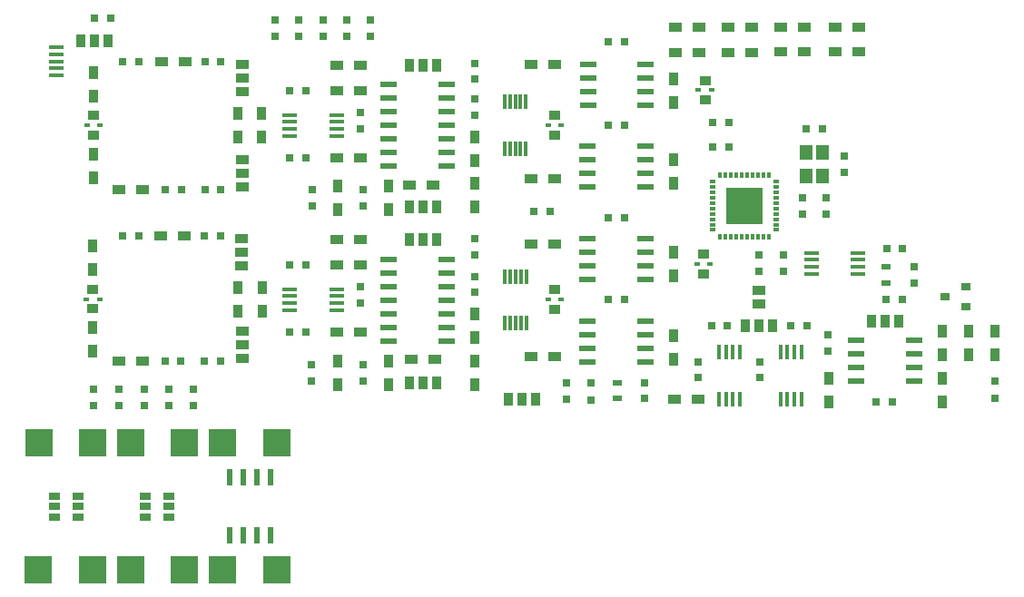
<source format=gbr>
G04 #@! TF.GenerationSoftware,KiCad,Pcbnew,5.0.2-bee76a0~70~ubuntu16.04.1*
G04 #@! TF.CreationDate,2019-03-26T22:40:40+05:30*
G04 #@! TF.ProjectId,neurolab,6e657572-6f6c-4616-922e-6b696361645f,rev?*
G04 #@! TF.SameCoordinates,Original*
G04 #@! TF.FileFunction,Paste,Top*
G04 #@! TF.FilePolarity,Positive*
%FSLAX46Y46*%
G04 Gerber Fmt 4.6, Leading zero omitted, Abs format (unit mm)*
G04 Created by KiCad (PCBNEW 5.0.2-bee76a0~70~ubuntu16.04.1) date Tue 26 Mar 2019 22:40:40 +0530*
%MOMM*%
%LPD*%
G01*
G04 APERTURE LIST*
%ADD10R,1.550000X0.600000*%
%ADD11R,0.750000X0.800000*%
%ADD12R,0.800000X0.750000*%
%ADD13R,0.800000X0.800000*%
%ADD14R,0.970000X1.270000*%
%ADD15R,1.270000X0.970000*%
%ADD16R,1.350000X0.400000*%
%ADD17R,0.900000X0.500000*%
%ADD18R,0.900000X0.800000*%
%ADD19R,1.200000X0.900000*%
%ADD20R,0.900000X1.200000*%
%ADD21R,0.450000X1.450000*%
%ADD22R,0.300000X1.400000*%
%ADD23R,1.450000X0.450000*%
%ADD24R,1.500000X0.600000*%
%ADD25R,0.299720X0.551180*%
%ADD26R,0.551180X0.299720*%
%ADD27R,3.500000X3.500000*%
%ADD28R,1.200000X1.400000*%
%ADD29R,1.100000X0.900000*%
%ADD30R,0.600000X0.450000*%
%ADD31R,0.600000X0.460000*%
%ADD32R,2.550000X2.500000*%
%ADD33R,1.060000X0.650000*%
%ADD34R,0.600000X1.550000*%
G04 APERTURE END LIST*
D10*
G04 #@! TO.C,U5*
X145425000Y-90895000D03*
X145425000Y-92165000D03*
X145425000Y-93435000D03*
X145425000Y-94705000D03*
X150825000Y-94705000D03*
X150825000Y-93435000D03*
X150825000Y-92165000D03*
X150825000Y-90895000D03*
G04 #@! TD*
D11*
G04 #@! TO.C,C1*
X143425000Y-113050000D03*
X143425000Y-114550000D03*
G04 #@! TD*
G04 #@! TO.C,C2*
X150775000Y-113000000D03*
X150775000Y-114500000D03*
G04 #@! TD*
G04 #@! TO.C,C3*
X155700000Y-112550000D03*
X155700000Y-111050000D03*
G04 #@! TD*
G04 #@! TO.C,C4*
X161500000Y-112550000D03*
X161500000Y-111050000D03*
G04 #@! TD*
D12*
G04 #@! TO.C,C5*
X156975000Y-107675000D03*
X158475000Y-107675000D03*
G04 #@! TD*
G04 #@! TO.C,C6*
X165900000Y-107650000D03*
X164400000Y-107650000D03*
G04 #@! TD*
D11*
G04 #@! TO.C,C7*
X134875000Y-83200000D03*
X134875000Y-84700000D03*
G04 #@! TD*
G04 #@! TO.C,C8*
X134875000Y-99600000D03*
X134875000Y-101100000D03*
G04 #@! TD*
D12*
G04 #@! TO.C,C9*
X141950000Y-97050000D03*
X140450000Y-97050000D03*
G04 #@! TD*
G04 #@! TO.C,C14*
X148875000Y-88975000D03*
X147375000Y-88975000D03*
G04 #@! TD*
G04 #@! TO.C,C15*
X148875000Y-105250000D03*
X147375000Y-105250000D03*
G04 #@! TD*
G04 #@! TO.C,C16*
X148875000Y-81200000D03*
X147375000Y-81200000D03*
G04 #@! TD*
G04 #@! TO.C,C17*
X148875000Y-97650000D03*
X147375000Y-97650000D03*
G04 #@! TD*
G04 #@! TO.C,C18*
X172325000Y-114825000D03*
X173825000Y-114825000D03*
G04 #@! TD*
D11*
G04 #@! TO.C,C19*
X167875000Y-108575000D03*
X167875000Y-110075000D03*
G04 #@! TD*
G04 #@! TO.C,C22*
X167675000Y-97250000D03*
X167675000Y-95750000D03*
G04 #@! TD*
G04 #@! TO.C,C23*
X165450000Y-97250000D03*
X165450000Y-95750000D03*
G04 #@! TD*
G04 #@! TO.C,C24*
X169400000Y-91850000D03*
X169400000Y-93350000D03*
G04 #@! TD*
D12*
G04 #@! TO.C,C25*
X167325000Y-89350000D03*
X165825000Y-89350000D03*
G04 #@! TD*
G04 #@! TO.C,C26*
X111225000Y-83050000D03*
X109725000Y-83050000D03*
G04 #@! TD*
G04 #@! TO.C,C27*
X106075000Y-94950000D03*
X107575000Y-94950000D03*
G04 #@! TD*
G04 #@! TO.C,C28*
X109725000Y-94950000D03*
X111225000Y-94950000D03*
G04 #@! TD*
G04 #@! TO.C,C29*
X103575000Y-83050000D03*
X102075000Y-83050000D03*
G04 #@! TD*
D11*
G04 #@! TO.C,C30*
X124250000Y-89325000D03*
X124250000Y-87825000D03*
G04 #@! TD*
D12*
G04 #@! TO.C,C31*
X158575000Y-88700000D03*
X157075000Y-88700000D03*
G04 #@! TD*
G04 #@! TO.C,C32*
X158575000Y-90975000D03*
X157075000Y-90975000D03*
G04 #@! TD*
G04 #@! TO.C,C33*
X111200000Y-99325000D03*
X109700000Y-99325000D03*
G04 #@! TD*
G04 #@! TO.C,C34*
X106000000Y-111000000D03*
X107500000Y-111000000D03*
G04 #@! TD*
G04 #@! TO.C,C35*
X109700000Y-111000000D03*
X111200000Y-111000000D03*
G04 #@! TD*
G04 #@! TO.C,C36*
X103550000Y-99325000D03*
X102050000Y-99325000D03*
G04 #@! TD*
D11*
G04 #@! TO.C,C37*
X124250000Y-105575000D03*
X124250000Y-104075000D03*
G04 #@! TD*
G04 #@! TO.C,C38*
X119775000Y-96500000D03*
X119775000Y-95000000D03*
G04 #@! TD*
G04 #@! TO.C,C39*
X134875000Y-86550000D03*
X134875000Y-88050000D03*
G04 #@! TD*
G04 #@! TO.C,C40*
X124475000Y-94975000D03*
X124475000Y-96475000D03*
G04 #@! TD*
D12*
G04 #@! TO.C,C41*
X117625000Y-85750000D03*
X119125000Y-85750000D03*
G04 #@! TD*
G04 #@! TO.C,C42*
X117625000Y-92025000D03*
X119125000Y-92025000D03*
G04 #@! TD*
D11*
G04 #@! TO.C,C43*
X119700000Y-112850000D03*
X119700000Y-111350000D03*
G04 #@! TD*
G04 #@! TO.C,C44*
X134875000Y-103075000D03*
X134875000Y-104575000D03*
G04 #@! TD*
G04 #@! TO.C,C45*
X124525000Y-111350000D03*
X124525000Y-112850000D03*
G04 #@! TD*
D12*
G04 #@! TO.C,C46*
X117625000Y-102025000D03*
X119125000Y-102025000D03*
G04 #@! TD*
G04 #@! TO.C,C47*
X117625000Y-108275000D03*
X119125000Y-108275000D03*
G04 #@! TD*
D11*
G04 #@! TO.C,C48*
X161425000Y-102600000D03*
X161425000Y-101100000D03*
G04 #@! TD*
G04 #@! TO.C,C49*
X163725000Y-102600000D03*
X163725000Y-101100000D03*
G04 #@! TD*
G04 #@! TO.C,C50*
X175900000Y-103675000D03*
X175900000Y-102175000D03*
G04 #@! TD*
D12*
G04 #@! TO.C,C51*
X173325000Y-100525000D03*
X174825000Y-100525000D03*
G04 #@! TD*
G04 #@! TO.C,C52*
X174800000Y-105225000D03*
X173300000Y-105225000D03*
G04 #@! TD*
D11*
G04 #@! TO.C,C53*
X99325000Y-115125000D03*
X99325000Y-113625000D03*
G04 #@! TD*
G04 #@! TO.C,C54*
X116250000Y-80650000D03*
X116250000Y-79150000D03*
G04 #@! TD*
G04 #@! TO.C,C55*
X101700000Y-115125000D03*
X101700000Y-113625000D03*
G04 #@! TD*
G04 #@! TO.C,C56*
X118450000Y-80650000D03*
X118450000Y-79150000D03*
G04 #@! TD*
G04 #@! TO.C,C57*
X104050000Y-115125000D03*
X104050000Y-113625000D03*
G04 #@! TD*
G04 #@! TO.C,C58*
X120725000Y-80675000D03*
X120725000Y-79175000D03*
G04 #@! TD*
G04 #@! TO.C,C59*
X106350000Y-115125000D03*
X106350000Y-113625000D03*
G04 #@! TD*
G04 #@! TO.C,C60*
X122950000Y-80675000D03*
X122950000Y-79175000D03*
G04 #@! TD*
G04 #@! TO.C,C61*
X108700000Y-115125000D03*
X108700000Y-113625000D03*
G04 #@! TD*
G04 #@! TO.C,C62*
X125175000Y-80675000D03*
X125175000Y-79175000D03*
G04 #@! TD*
D12*
G04 #@! TO.C,C63*
X100925000Y-78975000D03*
X99425000Y-78975000D03*
G04 #@! TD*
D13*
G04 #@! TO.C,D1*
X145725000Y-113000000D03*
X145725000Y-114600000D03*
G04 #@! TD*
G04 #@! TO.C,D2*
X183430000Y-112870000D03*
X183430000Y-114470000D03*
G04 #@! TD*
D14*
G04 #@! TO.C,J1*
X140595000Y-114550000D03*
X139325000Y-114550000D03*
X138055000Y-114550000D03*
G04 #@! TD*
G04 #@! TO.C,J2*
X162695000Y-107650000D03*
X161425000Y-107650000D03*
X160155000Y-107650000D03*
G04 #@! TD*
G04 #@! TO.C,J3*
X171880000Y-107250000D03*
X173150000Y-107250000D03*
X174420000Y-107250000D03*
G04 #@! TD*
D15*
G04 #@! TO.C,J6*
X113200000Y-83280000D03*
X113200000Y-84550000D03*
X113200000Y-85820000D03*
G04 #@! TD*
G04 #@! TO.C,J7*
X113225000Y-92180000D03*
X113225000Y-93450000D03*
X113225000Y-94720000D03*
G04 #@! TD*
G04 #@! TO.C,J9*
X113175000Y-99555000D03*
X113175000Y-100825000D03*
X113175000Y-102095000D03*
G04 #@! TD*
G04 #@! TO.C,J10*
X113225000Y-108230000D03*
X113225000Y-109500000D03*
X113225000Y-110770000D03*
G04 #@! TD*
D14*
G04 #@! TO.C,J12*
X131370000Y-96625000D03*
X130100000Y-96625000D03*
X128830000Y-96625000D03*
G04 #@! TD*
G04 #@! TO.C,J13*
X128830000Y-83400000D03*
X130100000Y-83400000D03*
X131370000Y-83400000D03*
G04 #@! TD*
G04 #@! TO.C,J14*
X131370000Y-113000000D03*
X130100000Y-113000000D03*
X128830000Y-113000000D03*
G04 #@! TD*
G04 #@! TO.C,J15*
X128830000Y-99675000D03*
X130100000Y-99675000D03*
X131370000Y-99675000D03*
G04 #@! TD*
D16*
G04 #@! TO.C,J18*
X95910000Y-81730000D03*
X95910000Y-82380000D03*
X95910000Y-83030000D03*
X95910000Y-83680000D03*
X95910000Y-84330000D03*
G04 #@! TD*
D14*
G04 #@! TO.C,J19*
X100695000Y-81075000D03*
X99425000Y-81075000D03*
X98155000Y-81075000D03*
G04 #@! TD*
D15*
G04 #@! TO.C,J24*
X161425000Y-104410000D03*
X161425000Y-105690000D03*
G04 #@! TD*
D17*
G04 #@! TO.C,L1*
X148175000Y-113000000D03*
X148175000Y-114500000D03*
G04 #@! TD*
G04 #@! TO.C,L2*
X173300000Y-102175000D03*
X173300000Y-103675000D03*
G04 #@! TD*
D18*
G04 #@! TO.C,Q1*
X180750000Y-105950000D03*
X180750000Y-104050000D03*
X178750000Y-105000000D03*
G04 #@! TD*
D19*
G04 #@! TO.C,R1*
X153500000Y-114575000D03*
X155700000Y-114575000D03*
G04 #@! TD*
G04 #@! TO.C,R2*
X142325000Y-83300000D03*
X140125000Y-83300000D03*
G04 #@! TD*
G04 #@! TO.C,R3*
X142325000Y-94000000D03*
X140125000Y-94000000D03*
G04 #@! TD*
G04 #@! TO.C,R4*
X142325000Y-100025000D03*
X140125000Y-100025000D03*
G04 #@! TD*
G04 #@! TO.C,R5*
X142325000Y-110575000D03*
X140125000Y-110575000D03*
G04 #@! TD*
D20*
G04 #@! TO.C,R6*
X178500000Y-108225000D03*
X178500000Y-110425000D03*
G04 #@! TD*
G04 #@! TO.C,R7*
X178500000Y-112600000D03*
X178500000Y-114800000D03*
G04 #@! TD*
G04 #@! TO.C,R8*
X167925000Y-114825000D03*
X167925000Y-112625000D03*
G04 #@! TD*
G04 #@! TO.C,R9*
X180975000Y-110425000D03*
X180975000Y-108225000D03*
G04 #@! TD*
G04 #@! TO.C,R10*
X153475000Y-94400000D03*
X153475000Y-92200000D03*
G04 #@! TD*
G04 #@! TO.C,R11*
X153475000Y-86825000D03*
X153475000Y-84625000D03*
G04 #@! TD*
G04 #@! TO.C,R12*
X153475000Y-110800000D03*
X153475000Y-108600000D03*
G04 #@! TD*
G04 #@! TO.C,R13*
X153475000Y-103050000D03*
X153475000Y-100850000D03*
G04 #@! TD*
G04 #@! TO.C,R14*
X99325000Y-93900000D03*
X99325000Y-91700000D03*
G04 #@! TD*
G04 #@! TO.C,R15*
X99325000Y-84050000D03*
X99325000Y-86250000D03*
G04 #@! TD*
G04 #@! TO.C,R16*
X112775000Y-87875000D03*
X112775000Y-90075000D03*
G04 #@! TD*
D19*
G04 #@! TO.C,R17*
X105675000Y-83050000D03*
X107875000Y-83050000D03*
G04 #@! TD*
G04 #@! TO.C,R18*
X103925000Y-94950000D03*
X101725000Y-94950000D03*
G04 #@! TD*
D20*
G04 #@! TO.C,R19*
X115050000Y-90075000D03*
X115050000Y-87875000D03*
G04 #@! TD*
D19*
G04 #@! TO.C,R20*
X122050000Y-85750000D03*
X124250000Y-85750000D03*
G04 #@! TD*
G04 #@! TO.C,R21*
X122050000Y-92025000D03*
X124250000Y-92025000D03*
G04 #@! TD*
D20*
G04 #@! TO.C,R22*
X99300000Y-110025000D03*
X99300000Y-107825000D03*
G04 #@! TD*
G04 #@! TO.C,R23*
X99300000Y-100200000D03*
X99300000Y-102400000D03*
G04 #@! TD*
G04 #@! TO.C,R24*
X112800000Y-104150000D03*
X112800000Y-106350000D03*
G04 #@! TD*
D19*
G04 #@! TO.C,R25*
X107850000Y-99325000D03*
X105650000Y-99325000D03*
G04 #@! TD*
G04 #@! TO.C,R26*
X103900000Y-111000000D03*
X101700000Y-111000000D03*
G04 #@! TD*
D20*
G04 #@! TO.C,R27*
X115075000Y-106350000D03*
X115075000Y-104150000D03*
G04 #@! TD*
D19*
G04 #@! TO.C,R28*
X122050000Y-102025000D03*
X124250000Y-102025000D03*
G04 #@! TD*
G04 #@! TO.C,R29*
X122050000Y-108275000D03*
X124250000Y-108275000D03*
G04 #@! TD*
D20*
G04 #@! TO.C,R30*
X122100000Y-96825000D03*
X122100000Y-94625000D03*
G04 #@! TD*
D19*
G04 #@! TO.C,R31*
X124250000Y-83375000D03*
X122050000Y-83375000D03*
G04 #@! TD*
D20*
G04 #@! TO.C,R32*
X126825000Y-96825000D03*
X126825000Y-94625000D03*
G04 #@! TD*
D19*
G04 #@! TO.C,R33*
X128850000Y-94550000D03*
X131050000Y-94550000D03*
G04 #@! TD*
D20*
G04 #@! TO.C,R34*
X134900000Y-94425000D03*
X134900000Y-96625000D03*
G04 #@! TD*
G04 #@! TO.C,R35*
X134875000Y-92275000D03*
X134875000Y-90075000D03*
G04 #@! TD*
G04 #@! TO.C,R36*
X122150000Y-113200000D03*
X122150000Y-111000000D03*
G04 #@! TD*
D19*
G04 #@! TO.C,R37*
X124250000Y-99675000D03*
X122050000Y-99675000D03*
G04 #@! TD*
D20*
G04 #@! TO.C,R38*
X126825000Y-113200000D03*
X126825000Y-111000000D03*
G04 #@! TD*
D19*
G04 #@! TO.C,R39*
X129000000Y-110850000D03*
X131200000Y-110850000D03*
G04 #@! TD*
D20*
G04 #@! TO.C,R40*
X134875000Y-110950000D03*
X134875000Y-113150000D03*
G04 #@! TD*
G04 #@! TO.C,R41*
X134875000Y-108800000D03*
X134875000Y-106600000D03*
G04 #@! TD*
D19*
G04 #@! TO.C,R42*
X155825000Y-79825000D03*
X153625000Y-79825000D03*
G04 #@! TD*
G04 #@! TO.C,R43*
X155825000Y-82175000D03*
X153625000Y-82175000D03*
G04 #@! TD*
D20*
G04 #@! TO.C,R44*
X183430000Y-108200000D03*
X183430000Y-110400000D03*
G04 #@! TD*
D21*
G04 #@! TO.C,U1*
X159625000Y-110175000D03*
X158975000Y-110175000D03*
X158325000Y-110175000D03*
X157675000Y-110175000D03*
X157675000Y-114575000D03*
X158325000Y-114575000D03*
X158975000Y-114575000D03*
X159625000Y-114575000D03*
G04 #@! TD*
G04 #@! TO.C,U2*
X165350000Y-110175000D03*
X164700000Y-110175000D03*
X164050000Y-110175000D03*
X163400000Y-110175000D03*
X163400000Y-114575000D03*
X164050000Y-114575000D03*
X164700000Y-114575000D03*
X165350000Y-114575000D03*
G04 #@! TD*
D22*
G04 #@! TO.C,U3*
X139675000Y-86775000D03*
X139175000Y-86775000D03*
X138675000Y-86775000D03*
X138175000Y-86775000D03*
X137675000Y-86775000D03*
X137675000Y-91175000D03*
X138175000Y-91175000D03*
X138675000Y-91175000D03*
X139175000Y-91175000D03*
X139675000Y-91175000D03*
G04 #@! TD*
G04 #@! TO.C,U4*
X139700000Y-103075000D03*
X139200000Y-103075000D03*
X138700000Y-103075000D03*
X138200000Y-103075000D03*
X137700000Y-103075000D03*
X137700000Y-107475000D03*
X138200000Y-107475000D03*
X138700000Y-107475000D03*
X139200000Y-107475000D03*
X139700000Y-107475000D03*
G04 #@! TD*
D10*
G04 #@! TO.C,U9*
X170475000Y-109045000D03*
X170475000Y-110315000D03*
X170475000Y-111585000D03*
X170475000Y-112855000D03*
X175875000Y-112855000D03*
X175875000Y-111585000D03*
X175875000Y-110315000D03*
X175875000Y-109045000D03*
G04 #@! TD*
D23*
G04 #@! TO.C,U11*
X117650000Y-88025000D03*
X117650000Y-88675000D03*
X117650000Y-89325000D03*
X117650000Y-89975000D03*
X122050000Y-89975000D03*
X122050000Y-89325000D03*
X122050000Y-88675000D03*
X122050000Y-88025000D03*
G04 #@! TD*
D24*
G04 #@! TO.C,U12*
X126850000Y-85190000D03*
X126850000Y-86460000D03*
X126850000Y-87730000D03*
X126850000Y-89000000D03*
X126850000Y-90270000D03*
X126850000Y-91540000D03*
X126850000Y-92810000D03*
X132250000Y-92810000D03*
X132250000Y-91540000D03*
X132250000Y-90270000D03*
X132250000Y-89000000D03*
X132250000Y-87730000D03*
X132250000Y-86460000D03*
X132250000Y-85190000D03*
G04 #@! TD*
D23*
G04 #@! TO.C,U14*
X117650000Y-104275000D03*
X117650000Y-104925000D03*
X117650000Y-105575000D03*
X117650000Y-106225000D03*
X122050000Y-106225000D03*
X122050000Y-105575000D03*
X122050000Y-104925000D03*
X122050000Y-104275000D03*
G04 #@! TD*
D24*
G04 #@! TO.C,U15*
X126850000Y-101465000D03*
X126850000Y-102735000D03*
X126850000Y-104005000D03*
X126850000Y-105275000D03*
X126850000Y-106545000D03*
X126850000Y-107815000D03*
X126850000Y-109085000D03*
X132250000Y-109085000D03*
X132250000Y-107815000D03*
X132250000Y-106545000D03*
X132250000Y-105275000D03*
X132250000Y-104005000D03*
X132250000Y-102735000D03*
X132250000Y-101465000D03*
G04 #@! TD*
D25*
G04 #@! TO.C,U16*
X157799560Y-99375280D03*
X158299940Y-99375280D03*
X158800320Y-99375280D03*
X159300700Y-99375280D03*
X159798540Y-99375280D03*
X160298920Y-99375280D03*
X160799300Y-99375280D03*
X161299680Y-99375280D03*
X161800060Y-99375280D03*
X162300440Y-99375280D03*
D26*
X163049740Y-98750440D03*
X163049740Y-98250060D03*
X163049740Y-97749680D03*
X163049740Y-97249300D03*
X163049740Y-96748920D03*
X163049740Y-96251080D03*
X163049740Y-95750700D03*
X163049740Y-95250320D03*
X163049740Y-94749940D03*
X163049740Y-94249560D03*
D25*
X162300440Y-93624720D03*
X161800060Y-93624720D03*
X161299680Y-93624720D03*
X160799300Y-93624720D03*
X160298920Y-93624720D03*
X159801080Y-93624720D03*
X159300700Y-93624720D03*
X158800320Y-93624720D03*
X158299940Y-93624720D03*
X157799560Y-93624720D03*
D26*
X157050260Y-94249560D03*
X157050260Y-94749940D03*
X157050260Y-95250320D03*
X157050260Y-95750700D03*
X157050260Y-96251080D03*
X157050260Y-96748920D03*
X157050260Y-97249300D03*
X157050260Y-97749680D03*
X157050260Y-98250060D03*
X157050260Y-98750440D03*
D27*
X160050000Y-96500000D03*
G04 #@! TD*
D23*
G04 #@! TO.C,U17*
X170675000Y-102825000D03*
X170675000Y-102175000D03*
X170675000Y-101525000D03*
X170675000Y-100875000D03*
X166275000Y-100875000D03*
X166275000Y-101525000D03*
X166275000Y-102175000D03*
X166275000Y-102825000D03*
G04 #@! TD*
D28*
G04 #@! TO.C,Y1*
X167375000Y-93700000D03*
X167375000Y-91500000D03*
X165775000Y-91500000D03*
X165775000Y-93700000D03*
G04 #@! TD*
D19*
G04 #@! TO.C,R45*
X163475000Y-79825000D03*
X165675000Y-79825000D03*
G04 #@! TD*
G04 #@! TO.C,R46*
X165675000Y-82150000D03*
X163475000Y-82150000D03*
G04 #@! TD*
G04 #@! TO.C,R47*
X160750000Y-79825000D03*
X158550000Y-79825000D03*
G04 #@! TD*
G04 #@! TO.C,R48*
X158550000Y-82175000D03*
X160750000Y-82175000D03*
G04 #@! TD*
G04 #@! TO.C,R49*
X170725000Y-82150000D03*
X168525000Y-82150000D03*
G04 #@! TD*
G04 #@! TO.C,R50*
X168525000Y-79825000D03*
X170725000Y-79825000D03*
G04 #@! TD*
D29*
G04 #@! TO.C,C10*
X142325000Y-89890000D03*
X142325000Y-88060000D03*
D30*
X141725000Y-88975000D03*
D31*
X142925000Y-88975000D03*
G04 #@! TD*
D29*
G04 #@! TO.C,C11*
X142325000Y-106165000D03*
X142325000Y-104335000D03*
D30*
X141725000Y-105250000D03*
D31*
X142925000Y-105250000D03*
G04 #@! TD*
D29*
G04 #@! TO.C,C12*
X156375000Y-84785000D03*
X156375000Y-86615000D03*
D30*
X156975000Y-85700000D03*
D31*
X155775000Y-85700000D03*
G04 #@! TD*
D29*
G04 #@! TO.C,C13*
X156250000Y-101035000D03*
X156250000Y-102865000D03*
D30*
X156850000Y-101950000D03*
D31*
X155650000Y-101950000D03*
G04 #@! TD*
D29*
G04 #@! TO.C,C20*
X99325000Y-88035000D03*
X99325000Y-89865000D03*
D30*
X99925000Y-88950000D03*
D31*
X98725000Y-88950000D03*
G04 #@! TD*
D29*
G04 #@! TO.C,C21*
X99300000Y-104285000D03*
X99300000Y-106115000D03*
D30*
X99900000Y-105200000D03*
D31*
X98700000Y-105200000D03*
G04 #@! TD*
D10*
G04 #@! TO.C,U6*
X145425000Y-107245000D03*
X145425000Y-108515000D03*
X145425000Y-109785000D03*
X145425000Y-111055000D03*
X150825000Y-111055000D03*
X150825000Y-109785000D03*
X150825000Y-108515000D03*
X150825000Y-107245000D03*
G04 #@! TD*
G04 #@! TO.C,U7*
X145450000Y-83295000D03*
X145450000Y-84565000D03*
X145450000Y-85835000D03*
X145450000Y-87105000D03*
X150850000Y-87105000D03*
X150850000Y-85835000D03*
X150850000Y-84565000D03*
X150850000Y-83295000D03*
G04 #@! TD*
G04 #@! TO.C,U8*
X145425000Y-99520000D03*
X145425000Y-100790000D03*
X145425000Y-102060000D03*
X145425000Y-103330000D03*
X150825000Y-103330000D03*
X150825000Y-102060000D03*
X150825000Y-100790000D03*
X150825000Y-99520000D03*
G04 #@! TD*
D32*
G04 #@! TO.C,C64*
X94250000Y-118625000D03*
X99300000Y-118625000D03*
G04 #@! TD*
G04 #@! TO.C,C65*
X94175000Y-130425000D03*
X99225000Y-130425000D03*
G04 #@! TD*
G04 #@! TO.C,C66*
X102775000Y-130425000D03*
X107825000Y-130425000D03*
G04 #@! TD*
G04 #@! TO.C,C67*
X107825000Y-118650000D03*
X102775000Y-118650000D03*
G04 #@! TD*
G04 #@! TO.C,C68*
X111375000Y-130425000D03*
X116425000Y-130425000D03*
G04 #@! TD*
G04 #@! TO.C,C69*
X111400000Y-118625000D03*
X116450000Y-118625000D03*
G04 #@! TD*
D33*
G04 #@! TO.C,U18*
X95700000Y-123625000D03*
X95700000Y-124575000D03*
X95700000Y-125525000D03*
X97900000Y-125525000D03*
X97900000Y-123625000D03*
X97900000Y-124575000D03*
G04 #@! TD*
G04 #@! TO.C,U19*
X106400000Y-124575000D03*
X106400000Y-123625000D03*
X106400000Y-125525000D03*
X104200000Y-125525000D03*
X104200000Y-124575000D03*
X104200000Y-123625000D03*
G04 #@! TD*
D34*
G04 #@! TO.C,U20*
X112020000Y-121850000D03*
X113290000Y-121850000D03*
X114560000Y-121850000D03*
X115830000Y-121850000D03*
X115830000Y-127250000D03*
X114560000Y-127250000D03*
X113290000Y-127250000D03*
X112020000Y-127250000D03*
G04 #@! TD*
M02*

</source>
